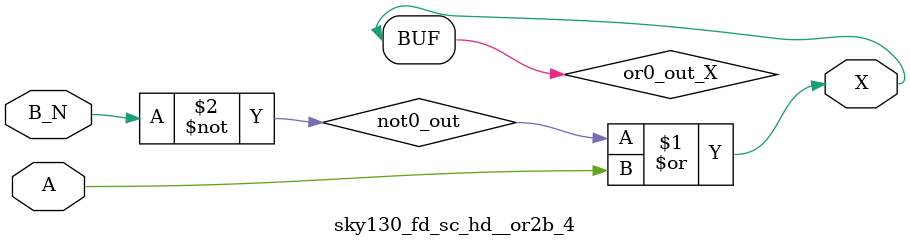
<source format=v>
/*
 * Copyright 2020 The SkyWater PDK Authors
 *
 * Licensed under the Apache License, Version 2.0 (the "License");
 * you may not use this file except in compliance with the License.
 * You may obtain a copy of the License at
 *
 *     https://www.apache.org/licenses/LICENSE-2.0
 *
 * Unless required by applicable law or agreed to in writing, software
 * distributed under the License is distributed on an "AS IS" BASIS,
 * WITHOUT WARRANTIES OR CONDITIONS OF ANY KIND, either express or implied.
 * See the License for the specific language governing permissions and
 * limitations under the License.
 *
 * SPDX-License-Identifier: Apache-2.0
*/


`ifndef SKY130_FD_SC_HD__OR2B_4_FUNCTIONAL_V
`define SKY130_FD_SC_HD__OR2B_4_FUNCTIONAL_V

/**
 * or2b: 2-input OR, first input inverted.
 *
 * Verilog simulation functional model.
 */

`timescale 1ns / 1ps
`default_nettype none

`celldefine
module sky130_fd_sc_hd__or2b_4 (
    X  ,
    A  ,
    B_N
);

    // Module ports
    output X  ;
    input  A  ;
    input  B_N;

    // Local signals
    wire not0_out ;
    wire or0_out_X;

    //  Name  Output     Other arguments
    not not0 (not0_out , B_N            );
    or  or0  (or0_out_X, not0_out, A    );
    buf buf0 (X        , or0_out_X      );

endmodule
`endcelldefine

`default_nettype wire
`endif  // SKY130_FD_SC_HD__OR2B_4_FUNCTIONAL_V

</source>
